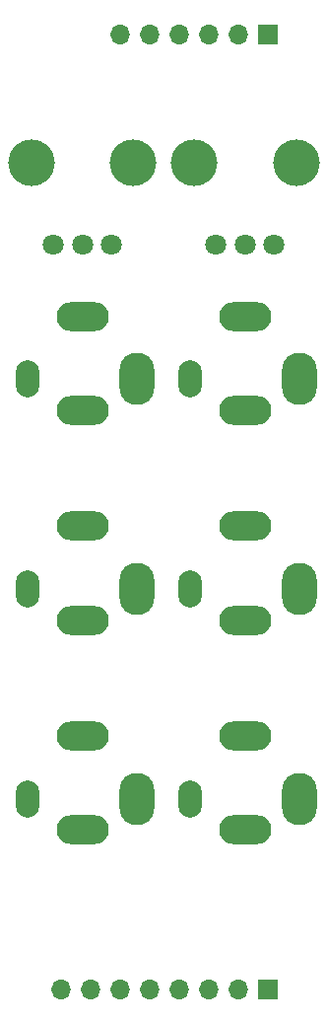
<source format=gbs>
%TF.GenerationSoftware,KiCad,Pcbnew,(6.0.1)*%
%TF.CreationDate,2022-11-10T20:04:28-05:00*%
%TF.ProjectId,ER-VCA2-01-CTRLS,45522d56-4341-4322-9d30-312d4354524c,1*%
%TF.SameCoordinates,Original*%
%TF.FileFunction,Soldermask,Bot*%
%TF.FilePolarity,Negative*%
%FSLAX46Y46*%
G04 Gerber Fmt 4.6, Leading zero omitted, Abs format (unit mm)*
G04 Created by KiCad (PCBNEW (6.0.1)) date 2022-11-10 20:04:28*
%MOMM*%
%LPD*%
G01*
G04 APERTURE LIST*
%ADD10R,1.700000X1.700000*%
%ADD11O,1.700000X1.700000*%
%ADD12O,2.000000X3.200000*%
%ADD13O,3.000000X4.500000*%
%ADD14O,4.500000X2.500000*%
%ADD15C,4.000000*%
%ADD16C,1.800000*%
G04 APERTURE END LIST*
D10*
%TO.C,J2*%
X59000000Y-113500000D03*
D11*
X56460000Y-113500000D03*
X53920000Y-113500000D03*
X51380000Y-113500000D03*
X48840000Y-113500000D03*
X46300000Y-113500000D03*
X43760000Y-113500000D03*
X41220000Y-113500000D03*
%TD*%
D10*
%TO.C,J1*%
X59000000Y-31500000D03*
D11*
X56460000Y-31500000D03*
X53920000Y-31500000D03*
X51380000Y-31500000D03*
X48840000Y-31500000D03*
X46300000Y-31500000D03*
%TD*%
D12*
%TO.C,J3*%
X52299994Y-97100007D03*
D13*
X61699994Y-97100007D03*
D14*
X56999994Y-91700007D03*
X56999994Y-99800007D03*
%TD*%
D13*
%TO.C,J8*%
X47699997Y-61100003D03*
D12*
X38299997Y-61100003D03*
D14*
X42999997Y-55700003D03*
X42999997Y-63800003D03*
%TD*%
D12*
%TO.C,J7*%
X52299994Y-61100003D03*
D13*
X61699994Y-61100003D03*
D14*
X56999994Y-55700003D03*
X56999994Y-63800003D03*
%TD*%
D13*
%TO.C,J6*%
X47699997Y-79099992D03*
D12*
X38299997Y-79099992D03*
D14*
X42999997Y-73699992D03*
X42999997Y-81799992D03*
%TD*%
D13*
%TO.C,J5*%
X61699994Y-79099992D03*
D12*
X52299994Y-79099992D03*
D14*
X56999994Y-73699992D03*
X56999994Y-81799992D03*
%TD*%
D13*
%TO.C,J4*%
X47699997Y-97100007D03*
D12*
X38299997Y-97100007D03*
D14*
X42999997Y-91700007D03*
X42999997Y-99800007D03*
%TD*%
D15*
%TO.C,RV2*%
X47399999Y-42550012D03*
X38599999Y-42550012D03*
D16*
X40499999Y-49550012D03*
X42999999Y-49550012D03*
X45499999Y-49550012D03*
%TD*%
D15*
%TO.C,RV1*%
X61399999Y-42550012D03*
X52599999Y-42550012D03*
D16*
X54499999Y-49550012D03*
X56999999Y-49550012D03*
X59499999Y-49550012D03*
%TD*%
M02*

</source>
